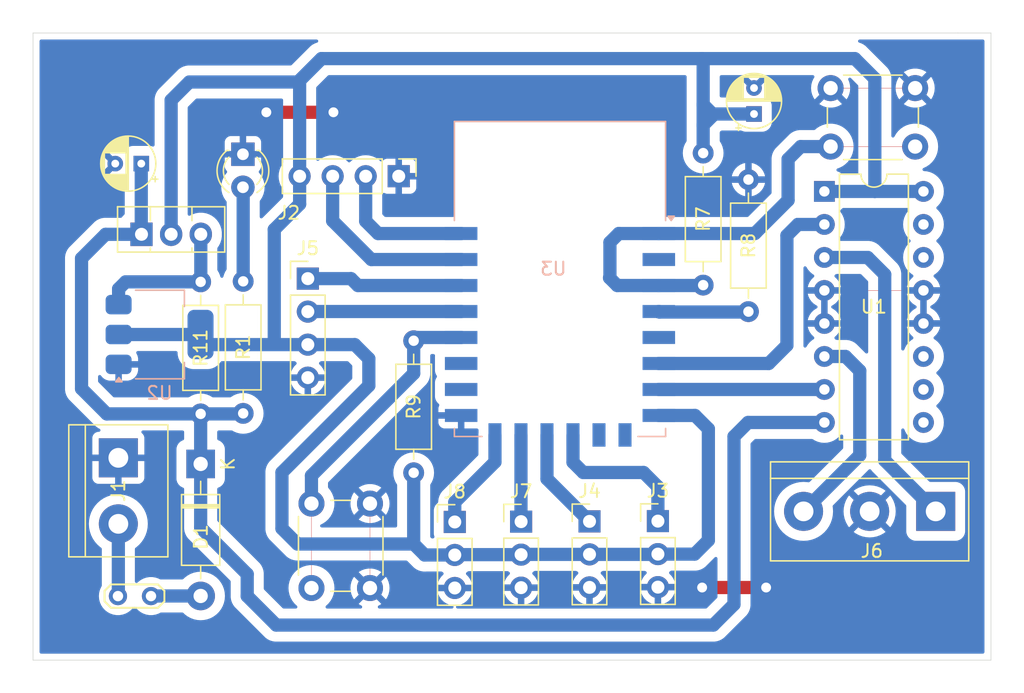
<source format=kicad_pcb>
(kicad_pcb (version 20240108) (generator "pcbnew") (generator_version "8.0")
  (layers (0 "F.Cu" signal) (31 "B.Cu" signal) (34 "B.Paste" user) (35 "F.Paste" user) (36 "B.SilkS" user "B.Silkscreen") (37 "F.SilkS" user "F.Silkscreen") (38 "B.Mask" user) (39 "F.Mask" user) (44 "Edge.Cuts" user))
  (net 0 "")
  (net 1 "+12V")
  (net 2 "GND")
  (net 3 "+3.3V")
  (net 4 "Net-(D1-A)")
  (net 5 "Net-(D2-A)")
  (net 6 "Net-(J1-Pin_2)")
  (net 7 "/Tx")
  (net 8 "/Rx")
  (net 9 "/flowrate1")
  (net 10 "/flowrate2")
  (net 11 "/SCL")
  (net 12 "/SDA")
  (net 13 "Net-(J6-Pin_1)")
  (net 14 "Net-(J6-Pin_3)")
  (net 15 "/turbidity")
  (net 16 "/ph")
  (net 17 "Net-(Q1-B)")
  (net 18 "Net-(SW2A-D)")
  (net 19 "Net-(U3-GPIO16)")
  (net 20 "Net-(SW3A-C)")
  (net 21 "/valve_pin1")
  (net 22 "/valve_pin2")
  (footprint "Resistor_THT:R_Axial_DIN0207_L6.3mm_D2.5mm_P10.16mm_Horizontal" (layer "F.Cu") (at 87.28 82.61 90)
    (property "Reference" "R1" (at 5.08 0 270) (layer "F.SilkS"))
    (property "Value" "1k")
    (pad "1" thru_hole circle (at 0 0 90) (size 1.6 1.6) (drill 0.8) (layers "*.Cu" "*.Mask") (net 1 "+12V"))
    (pad "2" thru_hole oval (at 10.16 0 90) (size 1.6 1.6) (drill 0.8) (layers "*.Cu" "*.Mask") (net 5 "Net-(D2-A)"))
  )
  (footprint "Capacitor_THT:CP_Radial_D4.0mm_P2.00mm" (layer "F.Cu") (at 79.4426 63.39 180)
    (property "Reference" "C1" (hide yes))
    (property "Value" "100uF")
    (pad "1" thru_hole rect (at 0 0 180) (size 1.2 1.2) (drill 0.6) (layers "*.Cu" "*.Mask") (net 1 "+12V"))
    (pad "2" thru_hole circle (at 2 0 180) (size 1.2 1.2) (drill 0.6) (layers "*.Cu" "*.Mask") (net 2 "GND"))
  )
  (footprint "Button_Switch_THT:SW_PUSH_6mm" (layer "F.Cu") (at 92.53 96.05 90)
    (property "Reference" "SW3" (hide yes))
    (property "Value" "Mode")
    (pad "1" thru_hole circle (at 0 0 180) (size 2 2) (drill 1.1) (layers "*.Cu" "*.Mask") (net 20 "Net-(SW3A-C)"))
    (pad "1" thru_hole circle (at 6.5 0 180) (size 2 2) (drill 1.1) (layers "*.Cu" "*.Mask") (net 20 "Net-(SW3A-C)"))
    (pad "2" thru_hole circle (at 0 4.5 180) (size 2 2) (drill 1.1) (layers "*.Cu" "*.Mask") (net 2 "GND"))
    (pad "2" thru_hole circle (at 6.5 4.5 180) (size 2 2) (drill 1.1) (layers "*.Cu" "*.Mask") (net 2 "GND"))
  )
  (footprint "Connector_PinHeader_2.54mm:PinHeader_1x03_P2.54mm_Vertical" (layer "F.Cu") (at 108.65 90.94)
    (property "Reference" "J7" (at 0 -2.33 0) (layer "F.SilkS"))
    (property "Value" "Turbidity")
    (pad "1" thru_hole rect (at 0 0) (size 1.7 1.7) (drill 1) (layers "*.Cu" "*.Mask") (net 15 "/turbidity"))
    (pad "2" thru_hole oval (at 0 2.54) (size 1.7 1.7) (drill 1) (layers "*.Cu" "*.Mask") (net 3 "+3.3V"))
    (pad "3" thru_hole oval (at 0 5.08) (size 1.7 1.7) (drill 1) (layers "*.Cu" "*.Mask") (net 2 "GND"))
  )
  (footprint "TerminalBlock:TerminalBlock_bornier-3_P5.08mm" (layer "F.Cu") (at 140.53 90.15 180)
    (property "Reference" "J6" (at 4.91 -3.05 180) (layer "F.SilkS"))
    (property "Value" "Motorized valve")
    (pad "1" thru_hole rect (at 0 0 180) (size 3 3) (drill 1.52) (layers "*.Cu" "*.Mask") (net 13 "Net-(J6-Pin_1)"))
    (pad "2" thru_hole circle (at 5.08 0 180) (size 3 3) (drill 1.52) (layers "*.Cu" "*.Mask") (net 2 "GND"))
    (pad "3" thru_hole circle (at 10.16 0 180) (size 3 3) (drill 1.52) (layers "*.Cu" "*.Mask") (net 14 "Net-(J6-Pin_3)"))
  )
  (footprint "Resistor_THT:R_Axial_DIN0207_L6.3mm_D2.5mm_P10.16mm_Horizontal" (layer "F.Cu") (at 122.65 72.74 90)
    (property "Reference" "R7" (at 5.08 0 270) (layer "F.SilkS"))
    (property "Value" "10k")
    (pad "1" thru_hole circle (at 0 0 90) (size 1.6 1.6) (drill 0.8) (layers "*.Cu" "*.Mask") (net 18 "Net-(SW2A-D)"))
    (pad "2" thru_hole oval (at 10.16 0 90) (size 1.6 1.6) (drill 0.8) (layers "*.Cu" "*.Mask") (net 3 "+3.3V"))
  )
  (footprint "TerminalBlock:TerminalBlock_bornier-2_P5.08mm" (layer "F.Cu") (at 77.68 86.03 -90)
    (property "Reference" "J1" (at 2.54 0 90) (layer "F.SilkS"))
    (property "Value" "Power")
    (pad "1" thru_hole rect (at 0 0 270) (size 3 3) (drill 1.52) (layers "*.Cu" "*.Mask") (net 2 "GND"))
    (pad "2" thru_hole circle (at 5.08 0 270) (size 3 3) (drill 1.52) (layers "*.Cu" "*.Mask") (net 6 "Net-(J1-Pin_2)"))
  )
  (footprint "Button_Switch_THT:SW_PUSH_6mm" (layer "F.Cu") (at 132.45 57.58)
    (property "Reference" "SW2" (hide yes))
    (property "Value" "Reset")
    (pad "1" thru_hole circle (at 0 0 90) (size 2 2) (drill 1.1) (layers "*.Cu" "*.Mask") (net 2 "GND"))
    (pad "1" thru_hole circle (at 6.5 0 90) (size 2 2) (drill 1.1) (layers "*.Cu" "*.Mask") (net 2 "GND"))
    (pad "2" thru_hole circle (at 0 4.5 90) (size 2 2) (drill 1.1) (layers "*.Cu" "*.Mask") (net 18 "Net-(SW2A-D)"))
    (pad "2" thru_hole circle (at 6.5 4.5 90) (size 2 2) (drill 1.1) (layers "*.Cu" "*.Mask") (net 18 "Net-(SW2A-D)"))
  )
  (footprint "Resistor_THT:R_Axial_DIN0207_L6.3mm_D2.5mm_P10.16mm_Horizontal" (layer "F.Cu") (at 84.01 82.65 90)
    (property "Reference" "R11" (at 5.08 0 270) (layer "F.SilkS"))
    (property "Value" "3")
    (pad "1" thru_hole circle (at 0 0 90) (size 1.6 1.6) (drill 0.8) (layers "*.Cu" "*.Mask") (net 1 "+12V"))
    (pad "2" thru_hole oval (at 10.16 0 90) (size 1.6 1.6) (drill 0.8) (layers "*.Cu" "*.Mask") (net 17 "Net-(Q1-B)"))
  )
  (footprint "Connector_PinHeader_2.54mm:PinHeader_1x04_P2.54mm_Vertical" (layer "F.Cu") (at 92.25 72.24)
    (property "Reference" "J5" (at 0 -2.33 0) (layer "F.SilkS"))
    (property "Value" "Display")
    (pad "1" thru_hole rect (at 0 0) (size 1.7 1.7) (drill 1) (layers "*.Cu" "*.Mask") (net 11 "/SCL"))
    (pad "2" thru_hole oval (at 0 2.54) (size 1.7 1.7) (drill 1) (layers "*.Cu" "*.Mask") (net 12 "/SDA"))
    (pad "3" thru_hole oval (at 0 5.08) (size 1.7 1.7) (drill 1) (layers "*.Cu" "*.Mask") (net 3 "+3.3V"))
    (pad "4" thru_hole oval (at 0 7.62) (size 1.7 1.7) (drill 1) (layers "*.Cu" "*.Mask") (net 2 "GND"))
  )
  (footprint "Diode_THT:D_DO-41_SOD81_P10.16mm_Horizontal" (layer "F.Cu") (at 84.01 86.5 -90)
    (property "Reference" "D1" (at 5.62 -0.02 90) (layer "F.SilkS"))
    (property "Value" "1N4001")
    (fp_text user "K" (at 0 -2.1 90) (layer "F.SilkS"))
    (pad "1" thru_hole rect (at 0 0 270) (size 2.2 2.2) (drill 1.1) (layers "*.Cu" "*.Mask") (net 1 "+12V"))
    (pad "2" thru_hole oval (at 10.16 0 270) (size 2.2 2.2) (drill 1.1) (layers "*.Cu" "*.Mask") (net 4 "Net-(D1-A)"))
  )
  (footprint "Resistor_THT:R_Axial_DIN0207_L6.3mm_D2.5mm_P10.16mm_Horizontal" (layer "F.Cu") (at 100.39 87.18 90)
    (property "Reference" "R9" (at 5.08 0 270) (layer "F.SilkS"))
    (property "Value" "10k")
    (pad "1" thru_hole circle (at 0 0 90) (size 1.6 1.6) (drill 0.8) (layers "*.Cu" "*.Mask") (net 3 "+3.3V"))
    (pad "2" thru_hole oval (at 10.16 0 90) (size 1.6 1.6) (drill 0.8) (layers "*.Cu" "*.Mask") (net 20 "Net-(SW3A-C)"))
  )
  (footprint "Package_DIP:DIP-16_W7.62mm" (layer "F.Cu") (at 131.97 65.53)
    (property "Reference" "U1" (at 3.8 8.875 360) (layer "F.SilkS"))
    (property "Value" "L293D")
    (pad "1" thru_hole rect (at 0 0) (size 1.6 1.6) (drill 0.8) (layers "*.Cu" "*.Mask") (net 3 "+3.3V"))
    (pad "2" thru_hole oval (at 0 2.54) (size 1.6 1.6) (drill 0.8) (layers "*.Cu" "*.Mask") (net 21 "/valve_pin1"))
    (pad "3" thru_hole oval (at 0 5.08) (size 1.6 1.6) (drill 0.8) (layers "*.Cu" "*.Mask") (net 13 "Net-(J6-Pin_1)"))
    (pad "4" thru_hole oval (at 0 7.62) (size 1.6 1.6) (drill 0.8) (layers "*.Cu" "*.Mask") (net 2 "GND"))
    (pad "5" thru_hole oval (at 0 10.16) (size 1.6 1.6) (drill 0.8) (layers "*.Cu" "*.Mask") (net 2 "GND"))
    (pad "6" thru_hole oval (at 0 12.7) (size 1.6 1.6) (drill 0.8) (layers "*.Cu" "*.Mask") (net 14 "Net-(J6-Pin_3)"))
    (pad "7" thru_hole oval (at 0 15.24) (size 1.6 1.6) (drill 0.8) (layers "*.Cu" "*.Mask") (net 22 "/valve_pin2"))
    (pad "8" thru_hole oval (at 0 17.78) (size 1.6 1.6) (drill 0.8) (layers "*.Cu" "*.Mask") (net 1 "+12V"))
    (pad "9" thru_hole oval (at 7.62 17.78) (size 1.6 1.6) (drill 0.8) (layers "*.Cu" "*.Mask"))
    (pad "10" thru_hole oval (at 7.62 15.24) (size 1.6 1.6) (drill 0.8) (layers "*.Cu" "*.Mask"))
    (pad "11" thru_hole oval (at 7.62 12.7) (size 1.6 1.6) (drill 0.8) (layers "*.Cu" "*.Mask"))
    (pad "12" thru_hole oval (at 7.62 10.16) (size 1.6 1.6) (drill 0.8) (layers "*.Cu" "*.Mask") (net 2 "GND"))
    (pad "13" thru_hole oval (at 7.62 7.62) (size 1.6 1.6) (drill 0.8) (layers "*.Cu" "*.Mask") (net 2 "GND"))
    (pad "14" thru_hole oval (at 7.62 5.08) (size 1.6 1.6) (drill 0.8) (layers "*.Cu" "*.Mask"))
    (pad "15" thru_hole oval (at 7.62 2.54) (size 1.6 1.6) (drill 0.8) (layers "*.Cu" "*.Mask"))
    (pad "16" thru_hole oval (at 7.62 0) (size 1.6 1.6) (drill 0.8) (layers "*.Cu" "*.Mask") (net 3 "+3.3V"))
  )
  (footprint "Connector_PinHeader_2.54mm:PinHeader_1x04_P2.54mm_Vertical" (layer "F.Cu") (at 99.24 64.36 -90)
    (property "Reference" "J2" (at 2.82 8.45 180) (layer "F.SilkS"))
    (property "Value" "Programmer")
    (pad "1" thru_hole rect (at 0 0 270) (size 1.7 1.7) (drill 1) (layers "*.Cu" "*.Mask") (net 2 "GND"))
    (pad "2" thru_hole oval (at 0 2.54 270) (size 1.7 1.7) (drill 1) (layers "*.Cu" "*.Mask") (net 7 "/Tx"))
    (pad "3" thru_hole oval (at 0 5.08 270) (size 1.7 1.7) (drill 1) (layers "*.Cu" "*.Mask") (net 8 "/Rx"))
    (pad "4" thru_hole oval (at 0 7.62 270) (size 1.7 1.7) (drill 1) (layers "*.Cu" "*.Mask") (net 3 "+3.3V"))
  )
  (footprint "Connector_PinHeader_2.54mm:PinHeader_1x03_P2.54mm_Vertical" (layer "F.Cu") (at 119.17 90.9)
    (property "Reference" "J3" (at 0 -2.33 0) (layer "F.SilkS"))
    (property "Value" "Flowrate")
    (pad "1" thru_hole rect (at 0 0) (size 1.7 1.7) (drill 1) (layers "*.Cu" "*.Mask") (net 9 "/flowrate1"))
    (pad "2" thru_hole oval (at 0 2.54) (size 1.7 1.7) (drill 1) (layers "*.Cu" "*.Mask") (net 3 "+3.3V"))
    (pad "3" thru_hole oval (at 0 5.08) (size 1.7 1.7) (drill 1) (layers "*.Cu" "*.Mask") (net 2 "GND"))
  )
  (footprint "Resistor_THT:R_Axial_DIN0207_L6.3mm_D2.5mm_P10.16mm_Horizontal" (layer "F.Cu") (at 126.13 74.78 90)
    (property "Reference" "R8" (at 5.08 0 270) (layer "F.SilkS"))
    (property "Value" "10k")
    (pad "1" thru_hole circle (at 0 0 90) (size 1.6 1.6) (drill 0.8) (layers "*.Cu" "*.Mask") (net 19 "Net-(U3-GPIO16)"))
    (pad "2" thru_hole oval (at 10.16 0 90) (size 1.6 1.6) (drill 0.8) (layers "*.Cu" "*.Mask") (net 2 "GND"))
  )
  (footprint "Capacitor_THT:CP_Radial_D4.0mm_P2.00mm" (layer "F.Cu") (at 126.56 59.5726 90)
    (property "Reference" "C3" (hide yes))
    (property "Value" "10uF")
    (pad "1" thru_hole rect (at 0 0 90) (size 1.2 1.2) (drill 0.6) (layers "*.Cu" "*.Mask") (net 3 "+3.3V"))
    (pad "2" thru_hole circle (at 2 0 90) (size 1.2 1.2) (drill 0.6) (layers "*.Cu" "*.Mask") (net 2 "GND"))
  )
  (footprint "Package_TO_SOT_THT:TO-126-3_Vertical" (layer "F.Cu") (at 79.46 68.83)
    (property "Reference" "Q1" (hide yes))
    (property "Value" "BD138")
    (pad "1" thru_hole rect (at 0 0) (size 1.71 1.8) (drill 1) (layers "*.Cu" "*.Mask") (net 1 "+12V"))
    (pad "2" thru_hole oval (at 2.28 0) (size 1.71 1.8) (drill 1) (layers "*.Cu" "*.Mask") (net 3 "+3.3V"))
    (pad "3" thru_hole oval (at 4.56 0) (size 1.71 1.8) (drill 1) (layers "*.Cu" "*.Mask") (net 17 "Net-(Q1-B)"))
  )
  (footprint "Connector_PinHeader_2.54mm:PinHeader_1x03_P2.54mm_Vertical" (layer "F.Cu") (at 113.91 90.92)
    (property "Reference" "J4" (at 0 -2.33 0) (layer "F.SilkS"))
    (property "Value" "Flowrate")
    (pad "1" thru_hole rect (at 0 0) (size 1.7 1.7) (drill 1) (layers "*.Cu" "*.Mask") (net 10 "/flowrate2"))
    (pad "2" thru_hole oval (at 0 2.54) (size 1.7 1.7) (drill 1) (layers "*.Cu" "*.Mask") (net 3 "+3.3V"))
    (pad "3" thru_hole oval (at 0 5.08) (size 1.7 1.7) (drill 1) (layers "*.Cu" "*.Mask") (net 2 "GND"))
  )
  (footprint "TestPoint:TestPoint_2Pads_Pitch2.54mm_Drill0.8mm" (layer "F.Cu") (at 77.65 96.67)
    (property "Reference" "SW1" (hide yes))
    (property "Value" "Switch" (hide yes))
    (pad "1" thru_hole circle (at 0 0) (size 1.4 1.4) (drill 0.8) (layers "*.Cu" "*.Mask") (net 6 "Net-(J1-Pin_2)"))
    (pad "2" thru_hole circle (at 2.54 0) (size 1.4 1.4) (drill 0.8) (layers "*.Cu" "*.Mask") (net 4 "Net-(D1-A)"))
  )
  (footprint "LED_THT:LED_D3.0mm" (layer "F.Cu") (at 87.26 62.67 -90)
    (property "Reference" "D2" (hide yes))
    (property "Value" "LED")
    (pad "1" thru_hole rect (at 0 0 270) (size 1.8 1.8) (drill 0.9) (layers "*.Cu" "*.Mask") (net 2 "GND"))
    (pad "2" thru_hole circle (at 2.54 0 270) (size 1.8 1.8) (drill 0.9) (layers "*.Cu" "*.Mask") (net 5 "Net-(D2-A)"))
  )
  (footprint "Connector_PinHeader_2.54mm:PinHeader_1x03_P2.54mm_Vertical" (layer "F.Cu") (at 103.55 90.965)
    (property "Reference" "J8" (at 0 -2.33 0) (layer "F.SilkS"))
    (property "Value" "PH sensor")
    (pad "1" thru_hole rect (at 0 0) (size 1.7 1.7) (drill 1) (layers "*.Cu" "*.Mask") (net 16 "/ph"))
    (pad "2" thru_hole oval (at 0 2.54) (size 1.7 1.7) (drill 1) (layers "*.Cu" "*.Mask") (net 3 "+3.3V"))
    (pad "3" thru_hole oval (at 0 5.08) (size 1.7 1.7) (drill 1) (layers "*.Cu" "*.Mask") (net 2 "GND"))
  )
  (footprint "Package_TO_SOT_SMD:SOT-223-3_TabPin2" (layer "B.Cu") (at 80.85 76.54)
    (property "Reference" "U2" (at 0 4.5 360) (layer "B.SilkS") (effects (justify mirror)))
    (property "Value" "AMS1117-3.3")
    (pad "1" smd roundrect (at -3.15 2.3) (size 2 1.5) (layers "B.Cu" "B.Paste" "B.Mask") (net 2 "GND"))
    (pad "2" smd roundrect (at -3.15 0) (size 2 1.5) (layers "B.Cu" "B.Paste" "B.Mask") (net 3 "+3.3V"))
    (pad "2" smd roundrect (at 3.15 0) (size 2 3.8) (layers "B.Cu" "B.Paste" "B.Mask") (net 3 "+3.3V"))
    (pad "3" smd roundrect (at -3.15 -2.3) (size 2 1.5) (layers "B.Cu" "B.Paste" "B.Mask") (net 17 "Net-(Q1-B)"))
  )
  (footprint "RF_Module:ESP-12E" (layer "B.Cu") (at 111.64 72.27 180)
    (property "Reference" "U3" (at 0.51 0.79 180) (layer "B.SilkS") (effects (justify mirror)))
    (property "Value" "ESP-12F")
    (pad "1" smd rect (at -7.6 3.5 180) (size 2.5 1) (layers "B.Cu" "B.Paste" "B.Mask") (net 18 "Net-(SW2A-D)"))
    (pad "2" smd rect (at -7.6 1.5 180) (size 2.5 1) (layers "B.Cu" "B.Paste" "B.Mask"))
    (pad "3" smd rect (at -7.6 -0.5 180) (size 2.5 1) (layers "B.Cu" "B.Paste" "B.Mask") (net 18 "Net-(SW2A-D)"))
    (pad "4" smd rect (at -7.6 -2.5 180) (size 2.5 1) (layers "B.Cu" "B.Paste" "B.Mask") (net 19 "Net-(U3-GPIO16)"))
    (pad "5" smd rect (at -7.6 -4.5 180) (size 2.5 1) (layers "B.Cu" "B.Paste" "B.Mask"))
    (pad "6" smd rect (at -7.6 -6.5 180) (size 2.5 1) (layers "B.Cu" "B.Paste" "B.Mask") (net 21 "/valve_pin1"))
    (pad "7" smd rect (at -7.6 -8.5 180) (size 2.5 1) (layers "B.Cu" "B.Paste" "B.Mask") (net 22 "/valve_pin2"))
    (pad "8" smd rect (at -7.6 -10.5 180) (size 2.5 1) (layers "B.Cu" "B.Paste" "B.Mask") (net 3 "+3.3V"))
    (pad "9" smd rect (at -5 -12 180) (size 1 1.8) (layers "B.Cu" "B.Paste" "B.Mask"))
    (pad "10" smd rect (at -3 -12 180) (size 1 1.8) (layers "B.Cu" "B.Paste" "B.Mask"))
    (pad "11" smd rect (at -1 -12 180) (size 1 1.8) (layers "B.Cu" "B.Paste" "B.Mask") (net 9 "/flowrate1"))
    (pad "12" smd rect (at 1 -12 180) (size 1 1.8) (layers "B.Cu" "B.Paste" "B.Mask") (net 10 "/flowrate2"))
    (pad "13" smd rect (at 3 -12 180) (size 1 1.8) (layers "B.Cu" "B.Paste" "B.Mask") (net 15 "/turbidity"))
    (pad "14" smd rect (at 5 -12 180) (size 1 1.8) (layers "B.Cu" "B.Paste" "B.Mask") (net 16 "/ph"))
    (pad "15" smd rect (at 7.6 -10.5 180) (size 2.5 1) (layers "B.Cu" "B.Paste" "B.Mask") (net 2 "GND"))
    (pad "16" smd rect (at 7.6 -8.5 180) (size 2.5 1) (layers "B.Cu" "B.Paste" "B.Mask"))
    (pad "17" smd rect (at 7.6 -6.5 180) (size 2.5 1) (layers "B.Cu" "B.Paste" "B.Mask"))
    (pad "18" smd rect (at 7.6 -4.5 180) (size 2.5 1) (layers "B.Cu" "B.Paste" "B.Mask") (net 20 "Net-(SW3A-C)"))
    (pad "19" smd rect (at 7.6 -2.5 180) (size 2.5 1) (layers "B.Cu" "B.Paste" "B.Mask") (net 12 "/SDA"))
    (pad "20" smd rect (at 7.6 -0.5 180) (size 2.5 1) (layers "B.Cu" "B.Paste" "B.Mask") (net 11 "/SCL"))
    (pad "21" smd rect (at 7.6 1.5 180) (size 2.5 1) (layers "B.Cu" "B.Paste" "B.Mask") (net 8 "/Rx"))
    (pad "22" smd rect (at 7.6 3.5 180) (size 2.5 1) (layers "B.Cu" "B.Paste" "B.Mask") (net 7 "/Tx"))
    (zone (net 0) (net_name "") (layers "*.Cu") (connect_pads (clearance 0)) (min_thickness 0.254)
      (keepout (tracks not_allowed) (vias not_allowed) (pads not_allowed) (copperpour not_allowed) (footprints not_allowed))
      (fill (thermal_gap 0.508) (thermal_bridge_width 0.508))
      (polygon (pts (xy 119.76 67.47) (xy 103.52 67.47) (xy 103.52 60.15) (xy 119.76 60.15)))
    )
  )
  (gr_line (start 71.12 53.34) (end 71.12 101.6) (stroke (width 0.05)) (layer "Edge.Cuts"))
  (gr_line (start 144.78 53.34) (end 142.24 53.34) (stroke (width 0.05)) (layer "Edge.Cuts"))
  (gr_line (start 144.78 101.6) (end 144.78 53.34) (stroke (width 0.05)) (layer "Edge.Cuts"))
  (gr_line (start 142.24 53.34) (end 71.12 53.34) (stroke (width 0.05)) (layer "Edge.Cuts"))
  (gr_line (start 71.12 101.6) (end 144.78 101.6) (stroke (width 0.05)) (layer "Edge.Cuts"))
  (segment (start 84.01 86.5) (end 84.01 91.4) (width 1.016) (layer "B.Cu") (net 1))
  (segment (start 74.85 80.71) (end 76.79 82.65) (width 1.016) (layer "B.Cu") (net 1))
  (segment (start 79.4426 63.39) (end 79.4426 68.8126) (width 1.016) (layer "B.Cu") (net 1))
  (segment (start 84.01 82.65) (end 87.24 82.65) (width 1.016) (layer "B.Cu") (net 1))
  (segment (start 84.01 91.4) (end 87.59 94.98) (width 1.016) (layer "B.Cu") (net 1))
  (segment (start 79.4426 68.8126) (end 79.46 68.83) (width 1.016) (layer "B.Cu") (net 1))
  (segment (start 123.43 98.9) (end 125.02 97.31) (width 1.016) (layer "B.Cu") (net 1))
  (segment (start 125.02 84.39) (end 126.1 83.31) (width 1.016) (layer "B.Cu") (net 1))
  (segment (start 76.7 68.83) (end 74.85 70.68) (width 1.016) (layer "B.Cu") (net 1))
  (segment (start 84.01 82.65) (end 84.01 86.5) (width 1.016) (layer "B.Cu") (net 1))
  (segment (start 87.59 94.98) (end 87.59 96.67) (width 1.016) (layer "B.Cu") (net 1))
  (segment (start 74.85 70.68) (end 74.85 80.71) (width 1.016) (layer "B.Cu") (net 1))
  (segment (start 79.46 68.83) (end 76.7 68.83) (width 1.016) (layer "B.Cu") (net 1))
  (segment (start 87.24 82.65) (end 87.28 82.61) (width 1.016) (layer "B.Cu") (net 1))
  (segment (start 87.59 96.67) (end 89.82 98.9) (width 1.016) (layer "B.Cu") (net 1))
  (segment (start 89.82 98.9) (end 123.43 98.9) (width 1.016) (layer "B.Cu") (net 1))
  (segment (start 76.79 82.65) (end 84.01 82.65) (width 1.016) (layer "B.Cu") (net 1))
  (segment (start 126.1 83.31) (end 131.97 83.31) (width 1.016) (layer "B.Cu") (net 1))
  (segment (start 125.02 97.31) (end 125.02 84.39) (width 1.016) (layer "B.Cu") (net 1))
  (segment (start 132.45 57.58) (end 138.95 57.58) (width 0.0254) (layer "F.Cu") (net 2))
  (segment (start 97.03 89.55) (end 97.03 96.05) (width 0.0254) (layer "F.Cu") (net 2))
  (segment (start 131.97 73.15) (end 139.59 73.15) (width 0.0254) (layer "F.Cu") (net 2))
  (segment (start 94.22 59.44) (end 89.06 59.44) (width 1.016) (layer "F.Cu") (net 2))
  (segment (start 122.57 96.01) (end 127.49 96.01) (width 1.016) (layer "F.Cu") (net 2))
  (via (at 94.22 59.44) (size 1.778) (drill 0.762) (layers "F.Cu" "B.Cu") (net 2))
  (via (at 127.49 96.01) (size 1.778) (drill 0.762) (layers "F.Cu" "B.Cu") (net 2))
  (via (at 89.06 59.44) (size 1.778) (drill 0.762) (layers "F.Cu" "B.Cu") (net 2))
  (via (at 122.57 96.01) (size 1.778) (drill 0.762) (layers "F.Cu" "B.Cu") (net 2))
  (segment (start 91.62 66.51) (end 89.67 68.46) (width 1.016) (layer "B.Cu") (net 3))
  (segment (start 96.94 78.4) (end 95.86 77.32) (width 1.016) (layer "B.Cu") (net 3))
  (segment (start 91.62 56.99) (end 91.62 64.36) (width 1.016) (layer "B.Cu") (net 3))
  (segment (start 90.26 87.155528) (end 96.94 80.475528) (width 1.016) (layer "B.Cu") (net 3))
  (segment (start 89.64 77.32) (end 84.78 77.32) (width 1.016) (layer "B.Cu") (net 3))
  (segment (start 122.02 82.77) (end 119.24 82.77) (width 1.016) (layer "B.Cu") (net 3))
  (segment (start 89.67 77.29) (end 89.64 77.32) (width 1.016) (layer "B.Cu") (net 3))
  (segment (start 100.39 87.18) (end 100.39 92.66) (width 1.016) (layer "B.Cu") (net 3))
  (segment (start 101.245 93.505) (end 103.55 93.505) (width 1.016) (layer "B.Cu") (net 3))
  (segment (start 122.55 55.31) (end 93.3 55.31) (width 1.016) (layer "B.Cu") (net 3))
  (segment (start 101.24 93.51) (end 101.245 93.505) (width 1.016) (layer "B.Cu") (net 3))
  (segment (start 93.3 55.31) (end 91.62 56.99) (width 1.016) (layer "B.Cu") (net 3))
  (segment (start 91.62 64.36) (end 91.62 66.51) (width 1.016) (layer "B.Cu") (net 3))
  (segment (start 135.85 65.53) (end 131.97 65.53) (width 1.016) (layer "B.Cu") (net 3))
  (segment (start 92.25 77.32) (end 89.64 77.32) (width 1.016) (layer "B.Cu") (net 3))
  (segment (start 122.55 55.31) (end 134.31 55.31) (width 1.016) (layer "B.Cu") (net 3))
  (segment (start 135.85 56.85) (end 135.85 65.53) (width 1.016) (layer "B.Cu") (net 3))
  (segment (start 122.65 55.41) (end 122.55 55.31) (width 1.016) (layer "B.Cu") (net 3))
  (segment (start 100.39 92.66) (end 101.24 93.51) (width 1.016) (layer "B.Cu") (net 3))
  (segment (start 113.91 93.46) (end 119.15 93.46) (width 1.016) (layer "B.Cu") (net 3))
  (segment (start 89.67 68.46) (end 89.67 77.29) (width 1.016) (layer "B.Cu") (net 3))
  (segment (start 96.94 80.475528) (end 96.94 78.4) (width 1.016) (layer "B.Cu") (net 3))
  (segment (start 122.65 60.43) (end 122.65 62.58) (width 1.016) (layer "B.Cu") (net 3))
  (segment (start 91.45 92.66) (end 90.26 91.47) (width 1.016) (layer "B.Cu") (net 3))
  (segment (start 84.78 77.32) (end 84 76.54) (width 1.016) (layer "B.Cu") (net 3))
  (segment (start 90.26 91.47) (end 90.26 87.155528) (width 1.016) (layer "B.Cu") (net 3))
  (segment (start 126.56 59.5726) (end 123.5074 59.5726) (width 1.016) (layer "B.Cu") (net 3))
  (segment (start 121.99 93.44) (end 123.05 92.38) (width 1.016) (layer "B.Cu") (net 3))
  (segment (start 123.5074 59.5726) (end 122.65 60.43) (width 1.016) (layer "B.Cu") (net 3))
  (segment (start 123.05 83.8) (end 122.02 82.77) (width 1.016) (layer "B.Cu") (net 3))
  (segment (start 134.31 55.31) (end 135.85 56.85) (width 1.016) (layer "B.Cu") (net 3))
  (segment (start 108.67 93.46) (end 108.65 93.48) (width 1.016) (layer "B.Cu") (net 3))
  (segment (start 91.5 57.11) (end 93.3 55.31) (width 1.016) (layer "B.Cu") (net 3))
  (segment (start 95.86 77.32) (end 92.25 77.32) (width 1.016) (layer "B.Cu") (net 3))
  (segment (start 123.05 92.38) (end 123.05 83.8) (width 1.016) (layer "B.Cu") (net 3))
  (segment (start 122.65 58.85) (end 122.65 55.41) (width 1.016) (layer "B.Cu") (net 3))
  (segment (start 81.74 58.51) (end 83.14 57.11) (width 1.016) (layer "B.Cu") (net 3))
  (segment (start 103.575 93.48) (end 103.55 93.505) (width 1.016) (layer "B.Cu") (net 3))
  (segment (start 122.65 60.43) (end 122.65 58.85) (width 1.016) (layer "B.Cu") (net 3))
  (segment (start 139.59 65.53) (end 135.85 65.53) (width 1.016) (layer "B.Cu") (net 3))
  (segment (start 113.91 93.46) (end 108.67 93.46) (width 1.016) (layer "B.Cu") (net 3))
  (segment (start 108.65 93.48) (end 103.575 93.48) (width 1.016) (layer "B.Cu") (net 3))
  (segment (start 83.14 57.11) (end 91.5 57.11) (width 1.016) (layer "B.Cu") (net 3))
  (segment (start 84 76.54) (end 77.7 76.54) (width 1.016) (layer "B.Cu") (net 3))
  (segment (start 119.15 93.46) (end 119.17 93.44) (width 1.016) (layer "B.Cu") (net 3))
  (segment (start 123.5074 59.5726) (end 123.3726 59.5726) (width 1.016) (layer "B.Cu") (net 3))
  (segment (start 84.13 77.32) (end 83.97 77.48) (width 1.016) (layer "B.Cu") (net 3))
  (segment (start 100.39 92.66) (end 91.45 92.66) (width 1.016) (layer "B.Cu") (net 3))
  (segment (start 123.3726 59.5726) (end 122.65 58.85) (width 1.016) (layer "B.Cu") (net 3))
  (segment (start 119.17 93.44) (end 121.99 93.44) (width 1.016) (layer "B.Cu") (net 3))
  (segment (start 81.74 68.83) (end 81.74 58.51) (width 1.016) (layer "B.Cu") (net 3))
  (segment (start 84.01 96.66) (end 80.2 96.66) (width 1.016) (layer "B.Cu") (net 4))
  (segment (start 80.2 96.66) (end 80.19 96.67) (width 1.016) (layer "B.Cu") (net 4))
  (segment (start 87.28 72.45) (end 87.28 65.23) (width 1.016) (layer "B.Cu") (net 5))
  (segment (start 87.28 65.23) (end 87.26 65.21) (width 1.016) (layer "B.Cu") (net 5))
  (segment (start 77.68 91.11) (end 77.68 96.64) (width 1.016) (layer "B.Cu") (net 6))
  (segment (start 77.68 96.64) (end 77.65 96.67) (width 1.016) (layer "B.Cu") (net 6))
  (segment (start 104.04 68.77) (end 97.65 68.77) (width 1.016) (layer "B.Cu") (net 7))
  (segment (start 97.65 68.77) (end 96.7 67.82) (width 1.016) (layer "B.Cu") (net 7))
  (segment (start 96.7 67.82) (end 96.7 64.36) (width 1.016) (layer "B.Cu") (net 7))
  (segment (start 104.04 70.77) (end 97.135528 70.77) (width 1.016) (layer "B.Cu") (net 8))
  (segment (start 97.135528 70.77) (end 94.16 67.794472) (width 1.016) (layer "B.Cu") (net 8))
  (segment (start 94.16 67.794472) (end 94.16 64.36) (width 1.016) (layer "B.Cu") (net 8))
  (segment (start 113.43 87.16) (end 118.07 87.16) (width 1.016) (layer "B.Cu") (net 9))
  (segment (start 119.17 88.26) (end 119.17 90.9) (width 1.016) (layer "B.Cu") (net 9))
  (segment (start 112.64 84.27) (end 112.64 86.37) (width 1.016) (layer "B.Cu") (net 9))
  (segment (start 118.07 87.16) (end 119.17 88.26) (width 1.016) (layer "B.Cu") (net 9))
  (segment (start 112.64 86.37) (end 113.43 87.16) (width 1.016) (layer "B.Cu") (net 9))
  (segment (start 110.64 87.65) (end 113.91 90.92) (width 1.016) (layer "B.Cu") (net 10))
  (segment (start 110.64 84.27) (end 110.64 87.65) (width 1.016) (layer "B.Cu") (net 10))
  (segment (start 96.1 72.77) (end 95.57 72.24) (width 1.016) (layer "B.Cu") (net 11))
  (segment (start 95.57 72.24) (end 92.25 72.24) (width 1.016) (layer "B.Cu") (net 11))
  (segment (start 104.04 72.77) (end 96.1 72.77) (width 1.016) (layer "B.Cu") (net 11))
  (segment (start 104.04 74.77) (end 92.26 74.77) (width 1.016) (layer "B.Cu") (net 12))
  (segment (start 92.26 74.77) (end 92.25 74.78) (width 1.016) (layer "B.Cu") (net 12))
  (segment (start 136.61 86.23) (end 140.53 90.15) (width 1.016) (layer "B.Cu") (net 13))
  (segment (start 136.61 71.92) (end 136.61 86.23) (width 1.016) (layer "B.Cu") (net 13))
  (segment (start 131.97 70.61) (end 135.3 70.61) (width 1.016) (layer "B.Cu") (net 13))
  (segment (start 135.3 70.61) (end 136.61 71.92) (width 1.016) (layer "B.Cu") (net 13))
  (segment (start 134.69 79.33) (end 134.69 85.83) (width 1.016) (layer "B.Cu") (net 14))
  (segment (start 134.69 85.83) (end 130.37 90.15) (width 1.016) (layer "B.Cu") (net 14))
  (segment (start 131.97 78.23) (end 133.59 78.23) (width 1.016) (layer "B.Cu") (net 14))
  (segment (start 133.59 78.23) (end 134.69 79.33) (width 1.016) (layer "B.Cu") (net 14))
  (segment (start 108.64 90.93) (end 108.65 90.94) (width 1.016) (layer "B.Cu") (net 15))
  (segment (start 108.64 84.27) (end 108.64 90.93) (width 1.016) (layer "B.Cu") (net 15))
  (segment (start 106.64 84.27) (end 106.64 86.35) (width 1.016) (layer "B.Cu") (net 16))
  (segment (start 106.64 86.35) (end 103.55 89.44) (width 1.016) (layer "B.Cu") (net 16))
  (segment (start 103.55 89.44) (end 103.55 90.965) (width 1.016) (layer "B.Cu") (net 16))
  (segment (start 84.02 72.48) (end 84.01 72.49) (width 1.016) (layer "B.Cu") (net 17))
  (segment (start 77.7 73.03) (end 77.7 74.24) (width 1.016) (layer "B.Cu") (net 17))
  (segment (start 78.24 72.49) (end 77.7 73.03) (width 1.016) (layer "B.Cu") (net 17))
  (segment (start 84.01 72.49) (end 78.24 72.49) (width 1.016) (layer "B.Cu") (net 17))
  (segment (start 84.02 68.83) (end 84.02 72.48) (width 1.016) (layer "B.Cu") (net 17))
  (segment (start 138.95 62.08) (end 132.45 62.08) (width 0.0254) (layer "F.Cu") (net 18))
  (segment (start 115.48 72.15) (end 115.45 72.18) (width 1.016) (layer "B.Cu") (net 18))
  (segment (start 116.04 72.77) (end 119.24 72.77) (width 1.016) (layer "B.Cu") (net 18))
  (segment (start 126.62 68.77) (end 126.73 68.66) (width 1.016) (layer "B.Cu") (net 18))
  (segment (start 116.16 68.77) (end 115.48 69.45) (width 1.016) (layer "B.Cu") (net 18))
  (segment (start 119.24 72.77) (end 122.62 72.77) (width 1.016) (layer "B.Cu") (net 18))
  (segment (start 119.24 68.77) (end 116.16 68.77) (width 1.016) (layer "B.Cu") (net 18))
  (segment (start 129.18 63.05) (end 129.18 66.21) (width 1.016) (layer "B.Cu") (net 18))
  (segment (start 119.24 68.77) (end 126.62 68.77) (width 1.016) (layer "B.Cu") (net 18))
  (segment (start 129.18 66.21) (end 126.73 68.66) (width 1.016) (layer "B.Cu") (net 18))
  (segment (start 122.62 72.77) (end 122.65 72.74) (width 1.016) (layer "B.Cu") (net 18))
  (segment (start 115.45 72.18) (end 116.04 72.77) (width 1.016) (layer "B.Cu") (net 18))
  (segment (start 115.48 69.45) (end 115.48 72.15) (width 1.016) (layer "B.Cu") (net 18))
  (segment (start 132.45 62.08) (end 130.15 62.08) (width 1.016) (layer "B.Cu") (net 18))
  (segment (start 130.15 62.08) (end 129.18 63.05) (width 1.016) (layer "B.Cu") (net 18))
  (segment (start 126.1 74.81) (end 126.13 74.78) (width 1.016) (layer "B.Cu") (net 19))
  (segment (start 119.24 74.77) (end 119.28 74.81) (width 1.016) (layer "B.Cu") (net 19))
  (segment (start 119.28 74.81) (end 126.1 74.81) (width 1.016) (layer "B.Cu") (net 19))
  (segment (start 92.53 89.55) (end 92.53 96.05) (width 0.0254) (layer "F.Cu") (net 20))
  (segment (start 100.39 79.54) (end 92.53 87.4) (width 1.016) (layer "B.Cu") (net 20))
  (segment (start 92.53 87.4) (end 92.53 89.55) (width 1.016) (layer "B.Cu") (net 20))
  (segment (start 100.64 76.77) (end 100.39 77.02) (width 1.016) (layer "B.Cu") (net 20))
  (segment (start 100.39 77.02) (end 100.39 79.54) (width 1.016) (layer "B.Cu") (net 20))
  (segment (start 104.04 76.77) (end 100.64 76.77) (width 1.016) (layer "B.Cu") (net 20))
  (segment (start 129.09 77.37) (end 129.09 68.92) (width 1.016) (layer "B.Cu") (net 21))
  (segment (start 127.69 78.77) (end 129.09 77.37) (width 1.016) (layer "B.Cu") (net 21))
  (segment (start 119.24 78.77) (end 127.69 78.77) (width 1.016) (layer "B.Cu") (net 21))
  (segment (start 129.94 68.07) (end 131.97 68.07) (width 1.016) (layer "B.Cu") (net 21))
  (segment (start 129.09 68.92) (end 129.94 68.07) (width 1.016) (layer "B.Cu") (net 21))
  (segment (start 119.24 80.77) (end 131.97 80.77) (width 1.016) (layer "B.Cu") (net 22))
  (zone (net 2) (net_name "GND") (layer "B.Cu") (connect_pads (clearance 0.5)) (min_thickness 0.25) (fill yes (thermal_gap 0.5) (thermal_bridge_width 0.5))
    (polygon (pts (xy 147.32 50.8) (xy 147.32 104.14) (xy 68.58 104.14) (xy 68.58 50.8)))
  )
)
</source>
